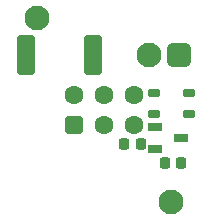
<source format=gbs>
G04 Layer_Color=16711935*
%FSLAX25Y25*%
%MOIN*%
G70*
G01*
G75*
G04:AMPARAMS|DCode=37|XSize=39.37mil|YSize=35.43mil|CornerRadius=9.84mil|HoleSize=0mil|Usage=FLASHONLY|Rotation=270.000|XOffset=0mil|YOffset=0mil|HoleType=Round|Shape=RoundedRectangle|*
%AMROUNDEDRECTD37*
21,1,0.03937,0.01575,0,0,270.0*
21,1,0.01969,0.03543,0,0,270.0*
1,1,0.01969,-0.00787,-0.00984*
1,1,0.01969,-0.00787,0.00984*
1,1,0.01969,0.00787,0.00984*
1,1,0.01969,0.00787,-0.00984*
%
%ADD37ROUNDEDRECTD37*%
G04:AMPARAMS|DCode=42|XSize=82.68mil|YSize=82.68mil|CornerRadius=21.65mil|HoleSize=0mil|Usage=FLASHONLY|Rotation=180.000|XOffset=0mil|YOffset=0mil|HoleType=Round|Shape=RoundedRectangle|*
%AMROUNDEDRECTD42*
21,1,0.08268,0.03937,0,0,180.0*
21,1,0.03937,0.08268,0,0,180.0*
1,1,0.04331,-0.01969,0.01969*
1,1,0.04331,0.01969,0.01969*
1,1,0.04331,0.01969,-0.01969*
1,1,0.04331,-0.01969,-0.01969*
%
%ADD42ROUNDEDRECTD42*%
%ADD43C,0.08268*%
%ADD44C,0.06299*%
G04:AMPARAMS|DCode=45|XSize=62.99mil|YSize=62.99mil|CornerRadius=16.73mil|HoleSize=0mil|Usage=FLASHONLY|Rotation=0.000|XOffset=0mil|YOffset=0mil|HoleType=Round|Shape=RoundedRectangle|*
%AMROUNDEDRECTD45*
21,1,0.06299,0.02953,0,0,0.0*
21,1,0.02953,0.06299,0,0,0.0*
1,1,0.03347,0.01476,-0.01476*
1,1,0.03347,-0.01476,-0.01476*
1,1,0.03347,-0.01476,0.01476*
1,1,0.03347,0.01476,0.01476*
%
%ADD45ROUNDEDRECTD45*%
G04:AMPARAMS|DCode=46|XSize=43.31mil|YSize=25.59mil|CornerRadius=7.38mil|HoleSize=0mil|Usage=FLASHONLY|Rotation=180.000|XOffset=0mil|YOffset=0mil|HoleType=Round|Shape=RoundedRectangle|*
%AMROUNDEDRECTD46*
21,1,0.04331,0.01083,0,0,180.0*
21,1,0.02854,0.02559,0,0,180.0*
1,1,0.01476,-0.01427,0.00541*
1,1,0.01476,0.01427,0.00541*
1,1,0.01476,0.01427,-0.00541*
1,1,0.01476,-0.01427,-0.00541*
%
%ADD46ROUNDEDRECTD46*%
G04:AMPARAMS|DCode=47|XSize=27.56mil|YSize=49.21mil|CornerRadius=7.87mil|HoleSize=0mil|Usage=FLASHONLY|Rotation=270.000|XOffset=0mil|YOffset=0mil|HoleType=Round|Shape=RoundedRectangle|*
%AMROUNDEDRECTD47*
21,1,0.02756,0.03347,0,0,270.0*
21,1,0.01181,0.04921,0,0,270.0*
1,1,0.01575,-0.01673,-0.00591*
1,1,0.01575,-0.01673,0.00591*
1,1,0.01575,0.01673,0.00591*
1,1,0.01575,0.01673,-0.00591*
%
%ADD47ROUNDEDRECTD47*%
G04:AMPARAMS|DCode=48|XSize=135.83mil|YSize=62.99mil|CornerRadius=16.73mil|HoleSize=0mil|Usage=FLASHONLY|Rotation=270.000|XOffset=0mil|YOffset=0mil|HoleType=Round|Shape=RoundedRectangle|*
%AMROUNDEDRECTD48*
21,1,0.13583,0.02953,0,0,270.0*
21,1,0.10236,0.06299,0,0,270.0*
1,1,0.03347,-0.01476,-0.05118*
1,1,0.03347,-0.01476,0.05118*
1,1,0.03347,0.01476,0.05118*
1,1,0.03347,0.01476,-0.05118*
%
%ADD48ROUNDEDRECTD48*%
D37*
X12008Y-11319D02*
D03*
X6496D02*
D03*
X20079Y-17815D02*
D03*
X25591D02*
D03*
D42*
X24902Y18209D02*
D03*
D43*
X14902D02*
D03*
X22237Y-30841D02*
D03*
X-22434Y30644D02*
D03*
D44*
X9902Y4921D02*
D03*
Y-5079D02*
D03*
X-98Y4921D02*
D03*
Y-5079D02*
D03*
X-10098Y4921D02*
D03*
D45*
Y-5079D02*
D03*
D46*
X16339Y5512D02*
D03*
Y-1378D02*
D03*
X28150D02*
D03*
Y5512D02*
D03*
D47*
X25492Y-9449D02*
D03*
X16634Y-5709D02*
D03*
Y-13189D02*
D03*
D48*
X-26359Y18406D02*
D03*
X-3759D02*
D03*
M02*

</source>
